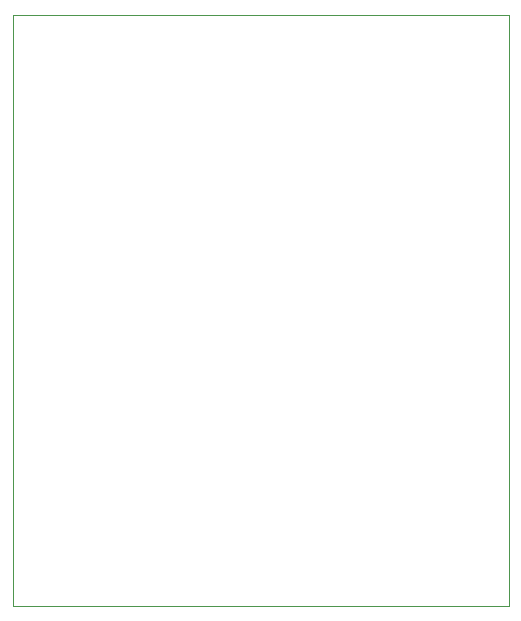
<source format=gbr>
%TF.GenerationSoftware,KiCad,Pcbnew,9.0.6*%
%TF.CreationDate,2025-12-29T21:08:54-05:00*%
%TF.ProjectId,plimsoll,706c696d-736f-46c6-9c2e-6b696361645f,rev?*%
%TF.SameCoordinates,Original*%
%TF.FileFunction,Profile,NP*%
%FSLAX46Y46*%
G04 Gerber Fmt 4.6, Leading zero omitted, Abs format (unit mm)*
G04 Created by KiCad (PCBNEW 9.0.6) date 2025-12-29 21:08:54*
%MOMM*%
%LPD*%
G01*
G04 APERTURE LIST*
%TA.AperFunction,Profile*%
%ADD10C,0.050000*%
%TD*%
G04 APERTURE END LIST*
D10*
X100000000Y-100000000D02*
X142000000Y-100000000D01*
X142000000Y-150000000D01*
X100000000Y-150000000D01*
X100000000Y-100000000D01*
M02*

</source>
